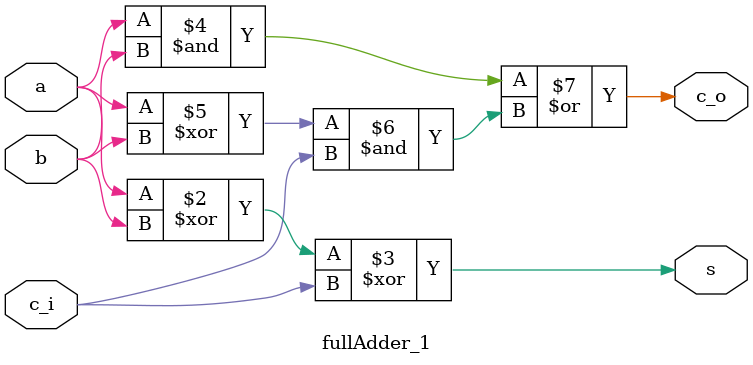
<source format=v>
module BW_mul_pipline #(parameter WIDTH = 16)
(
    input wire clk,
    input wire rst_n,

    input wire [WIDTH-1:0] X_wire,
    input wire [WIDTH-1:0] Y_wire,

    output wire [2*WIDTH-1:0] P,

    output reg [WIDTH-1:0] mul_out
);

    reg [WIDTH-1:0] X,Y;

    always@(posedge clk or negedge rst_n)begin
        if (!rst_n) begin
            X <= 0;
            Y <= 0;
        end
        else begin
            X <= X_wire;
            Y <= Y_wire;
        end
    end


    wire  xy[WIDTH-1:0][WIDTH-1:0]; //
    wire  si[WIDTH-1:0][WIDTH-1:0];
    wire  ci[WIDTH-1:0][WIDTH-1:0];
    wire  so[WIDTH-1:0][WIDTH-1:0];
    wire  co[WIDTH-1:0][WIDTH-1:0];

    reg [WIDTH-1:0] pipline_so_reg0,  pipline_co_reg0;

    //generate xy
    genvar i,j;
    //part1
    generate
        for (i=0; i<WIDTH-1 ; i=i+1) begin
            for (j=0; j<WIDTH-1 ;j=j+1 ) begin
                assign xy[i][j] = X[i] & Y[j];
            end
        end
    endgenerate
    //part2
    generate
        for (j=0; j<WIDTH-1 ; j=j+1) begin
            assign xy[WIDTH-1][j] = ~(X[WIDTH-1] & Y[j]);
        end
    endgenerate
    //part3
    generate
        for (i=0; i<WIDTH-1 ;i=i+1 ) begin
            assign xy[i][WIDTH-1] = ~(X[i] & Y[WIDTH-1]);
        end
    endgenerate
    //part4
    assign xy[WIDTH-1][WIDTH-1] = X[WIDTH-1] & Y[WIDTH-1];

    //为co， so加入流水线寄存器
    //ci 和 si 
    generate
        for (i=0 ;i<WIDTH ;i=i+1 ) begin
            assign ci[i][0] = 1'b0;
        end
        for (i=0 ;i<WIDTH ;i=i+1 ) begin
            for(j=1 ;j<WIDTH/2 ;j=j+1)begin
                assign ci[i][j] = co[i][j-1];
            end
        end
        for (i=0 ;i<WIDTH ;i=i+1 ) begin
            assign ci[i][WIDTH/2] = pipline_co_reg0[i];  //连接pipline reg

        end

        for (i=0 ;i<WIDTH ;i=i+1 ) begin
            for(j=WIDTH/2+1 ;j<WIDTH ;j=j+1)begin
                assign ci[i][j] = co[i][j-1];
            end
        end
    endgenerate

    generate
        for (i=0 ;i<WIDTH ;i=i+1 ) begin
            assign si[i][0] = 1'b0;
        end
        for (j=1; j<WIDTH; j=j+1)begin
            assign si[WIDTH-1][j] = 1'b0; 
        end

        for (i=0 ;i<WIDTH-1 ;i=i+1 ) begin
            for(j=1 ;j<WIDTH/2 ;j=j+1)begin
                assign si[i][j] = so[i+1][j-1];
            end
        end

        for (i=0 ;i<WIDTH-1 ;i=i+1 ) begin
            assign si[i][WIDTH/2] = pipline_so_reg0[i+1];
        end

        for (i=0 ;i<WIDTH-1 ;i=i+1 ) begin
            for(j=WIDTH/2+1 ;j<WIDTH ;j=j+1)begin
                assign si[i][j] = so[i+1][j-1];
            end
        end
    endgenerate
    reg [31:0] index; 
    always @(posedge clk or negedge rst_n) begin
        if (!rst_n) begin
            pipline_co_reg0 <= 0;
            pipline_so_reg0 <= 0;
            index <= 0;
        end
        else begin
            for (index=0 ;index<WIDTH ;index=index+1 ) begin
                pipline_co_reg0[index] <= co[index][WIDTH/2-1];
                pipline_so_reg0[index] <= so[index][WIDTH/2-1];
            end
        end
    end

    //full_adder
    generate
        for (i=0; i<WIDTH; i=i+1)begin
            for (j=0; j<WIDTH; j=j+1)begin :full_adders
                fullAdder_1 u_full_adder(
                    .a      (si[i][j]),
                    .b      (xy[i][j]),
                    .c_i    (ci[i][j]),
                    .c_o    (co[i][j]),
                    .s      (so[i][j])
                );
            end
        end
    endgenerate
    


    
    //part5 rca adder
    wire [WIDTH-1:0] rca_ad1, rca_ad2, rca_so;
    wire rca_ci, rca_co;

    generate
        for (i=0; i<WIDTH-1; i=i+1)begin
            assign rca_ad1[i] = so[i+1][WIDTH-1];
        end
        assign rca_ad1[WIDTH-1] = 1'b1;
    endgenerate

    generate
        for (i=0; i<WIDTH; i=i+1)begin
            assign rca_ad2[i] = co[i][WIDTH-1];
        end
    endgenerate
    assign rca_ci = 1'b1;


    rcax #(
    .width(WIDTH)
    ) rca_16 (
        .A(rca_ad1),
        .B(rca_ad2),
        .c_i(rca_ci), 

        .S(rca_so),
        .c_o(rca_co)
    );


    //result output
    generate
        for (j=0; j<WIDTH; j=j+1)begin
            assign P[j] = so[0][j];
        end
    endgenerate
    assign P[2*WIDTH-1 : WIDTH] = rca_so;

    always @(posedge clk or negedge rst_n) begin
        if (!rst_n) begin
            mul_out <= 0;
        end
        else begin
            mul_out <= rca_so;
        end
    end

endmodule


module rcax #(
    parameter width = 4
) (
    input [width-1:0] A,
    input [width-1:0] B,
    input wire c_i, 

    output [width-1:0] S,
    output c_o
);//把全加器级联起来就构成了 行波进位加法器， 优缺点：。。。
    wire [width:0] cascadeLine; //全加器之间的级联线路
    genvar i;
    generate
        for (i=0; i<width; i=i+1) begin : rca_width
            fullAdder_1 fulladders(
                .a(A[i]),
                .b(B[i]),
                .c_i(cascadeLine[i]),
                .s(S[i]),
                .c_o(cascadeLine[i+1])
            );
        end
    endgenerate
    assign c_o = cascadeLine[width];
    assign cascadeLine[0] = c_i;
endmodule
module fullAdder_1(
    input wire a, b, //两个一位加数字
    input wire c_i,  //进位输入
    output s, c_o
);
    assign s = a ^ b ^ c_i;
    assign c_o = a & b | (a ^ b) & c_i;
endmodule

</source>
